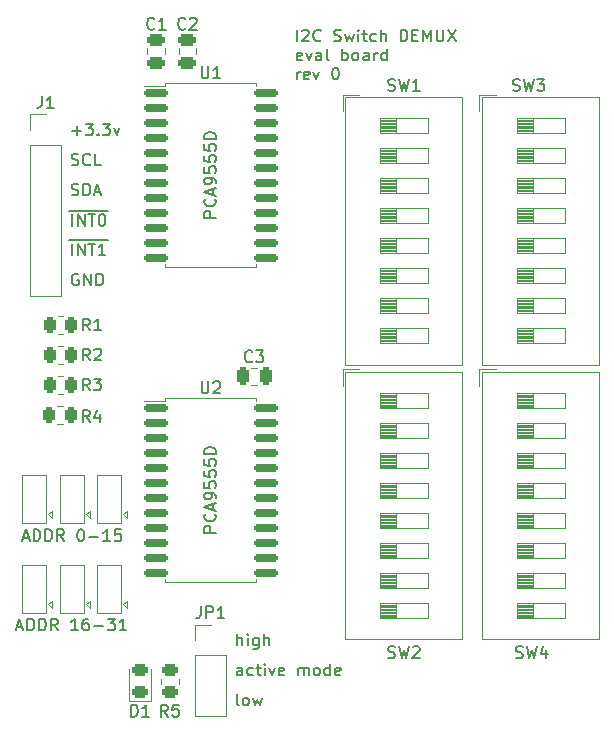
<source format=gto>
G04 #@! TF.GenerationSoftware,KiCad,Pcbnew,6.0.2-1.fc35*
G04 #@! TF.CreationDate,2022-04-04T15:34:31-04:00*
G04 #@! TF.ProjectId,switch_mux_breakout_i2c,73776974-6368-45f6-9d75-785f62726561,0*
G04 #@! TF.SameCoordinates,Original*
G04 #@! TF.FileFunction,Legend,Top*
G04 #@! TF.FilePolarity,Positive*
%FSLAX46Y46*%
G04 Gerber Fmt 4.6, Leading zero omitted, Abs format (unit mm)*
G04 Created by KiCad (PCBNEW 6.0.2-1.fc35) date 2022-04-04 15:34:31*
%MOMM*%
%LPD*%
G01*
G04 APERTURE LIST*
G04 Aperture macros list*
%AMRoundRect*
0 Rectangle with rounded corners*
0 $1 Rounding radius*
0 $2 $3 $4 $5 $6 $7 $8 $9 X,Y pos of 4 corners*
0 Add a 4 corners polygon primitive as box body*
4,1,4,$2,$3,$4,$5,$6,$7,$8,$9,$2,$3,0*
0 Add four circle primitives for the rounded corners*
1,1,$1+$1,$2,$3*
1,1,$1+$1,$4,$5*
1,1,$1+$1,$6,$7*
1,1,$1+$1,$8,$9*
0 Add four rect primitives between the rounded corners*
20,1,$1+$1,$2,$3,$4,$5,0*
20,1,$1+$1,$4,$5,$6,$7,0*
20,1,$1+$1,$6,$7,$8,$9,0*
20,1,$1+$1,$8,$9,$2,$3,0*%
G04 Aperture macros list end*
%ADD10C,0.150000*%
%ADD11C,0.120000*%
%ADD12R,1.600000X1.600000*%
%ADD13O,1.600000X1.600000*%
%ADD14R,1.500000X1.000000*%
%ADD15RoundRect,0.250000X0.475000X-0.250000X0.475000X0.250000X-0.475000X0.250000X-0.475000X-0.250000X0*%
%ADD16RoundRect,0.243750X0.456250X-0.243750X0.456250X0.243750X-0.456250X0.243750X-0.456250X-0.243750X0*%
%ADD17RoundRect,0.250000X0.262500X0.450000X-0.262500X0.450000X-0.262500X-0.450000X0.262500X-0.450000X0*%
%ADD18R,1.700000X1.700000*%
%ADD19O,1.700000X1.700000*%
%ADD20RoundRect,0.150000X-0.875000X-0.150000X0.875000X-0.150000X0.875000X0.150000X-0.875000X0.150000X0*%
%ADD21C,5.600000*%
%ADD22RoundRect,0.250000X0.250000X0.475000X-0.250000X0.475000X-0.250000X-0.475000X0.250000X-0.475000X0*%
%ADD23RoundRect,0.250000X-0.450000X0.262500X-0.450000X-0.262500X0.450000X-0.262500X0.450000X0.262500X0*%
G04 APERTURE END LIST*
D10*
X128722380Y-102655238D02*
X127722380Y-102655238D01*
X127722380Y-102274285D01*
X127770000Y-102179047D01*
X127817619Y-102131428D01*
X127912857Y-102083809D01*
X128055714Y-102083809D01*
X128150952Y-102131428D01*
X128198571Y-102179047D01*
X128246190Y-102274285D01*
X128246190Y-102655238D01*
X128627142Y-101083809D02*
X128674761Y-101131428D01*
X128722380Y-101274285D01*
X128722380Y-101369523D01*
X128674761Y-101512380D01*
X128579523Y-101607619D01*
X128484285Y-101655238D01*
X128293809Y-101702857D01*
X128150952Y-101702857D01*
X127960476Y-101655238D01*
X127865238Y-101607619D01*
X127770000Y-101512380D01*
X127722380Y-101369523D01*
X127722380Y-101274285D01*
X127770000Y-101131428D01*
X127817619Y-101083809D01*
X128436666Y-100702857D02*
X128436666Y-100226666D01*
X128722380Y-100798095D02*
X127722380Y-100464761D01*
X128722380Y-100131428D01*
X128722380Y-99750476D02*
X128722380Y-99560000D01*
X128674761Y-99464761D01*
X128627142Y-99417142D01*
X128484285Y-99321904D01*
X128293809Y-99274285D01*
X127912857Y-99274285D01*
X127817619Y-99321904D01*
X127770000Y-99369523D01*
X127722380Y-99464761D01*
X127722380Y-99655238D01*
X127770000Y-99750476D01*
X127817619Y-99798095D01*
X127912857Y-99845714D01*
X128150952Y-99845714D01*
X128246190Y-99798095D01*
X128293809Y-99750476D01*
X128341428Y-99655238D01*
X128341428Y-99464761D01*
X128293809Y-99369523D01*
X128246190Y-99321904D01*
X128150952Y-99274285D01*
X127722380Y-98369523D02*
X127722380Y-98845714D01*
X128198571Y-98893333D01*
X128150952Y-98845714D01*
X128103333Y-98750476D01*
X128103333Y-98512380D01*
X128150952Y-98417142D01*
X128198571Y-98369523D01*
X128293809Y-98321904D01*
X128531904Y-98321904D01*
X128627142Y-98369523D01*
X128674761Y-98417142D01*
X128722380Y-98512380D01*
X128722380Y-98750476D01*
X128674761Y-98845714D01*
X128627142Y-98893333D01*
X127722380Y-97417142D02*
X127722380Y-97893333D01*
X128198571Y-97940952D01*
X128150952Y-97893333D01*
X128103333Y-97798095D01*
X128103333Y-97560000D01*
X128150952Y-97464761D01*
X128198571Y-97417142D01*
X128293809Y-97369523D01*
X128531904Y-97369523D01*
X128627142Y-97417142D01*
X128674761Y-97464761D01*
X128722380Y-97560000D01*
X128722380Y-97798095D01*
X128674761Y-97893333D01*
X128627142Y-97940952D01*
X127722380Y-96464761D02*
X127722380Y-96940952D01*
X128198571Y-96988571D01*
X128150952Y-96940952D01*
X128103333Y-96845714D01*
X128103333Y-96607619D01*
X128150952Y-96512380D01*
X128198571Y-96464761D01*
X128293809Y-96417142D01*
X128531904Y-96417142D01*
X128627142Y-96464761D01*
X128674761Y-96512380D01*
X128722380Y-96607619D01*
X128722380Y-96845714D01*
X128674761Y-96940952D01*
X128627142Y-96988571D01*
X128722380Y-95988571D02*
X127722380Y-95988571D01*
X127722380Y-95750476D01*
X127770000Y-95607619D01*
X127865238Y-95512380D01*
X127960476Y-95464761D01*
X128150952Y-95417142D01*
X128293809Y-95417142D01*
X128484285Y-95464761D01*
X128579523Y-95512380D01*
X128674761Y-95607619D01*
X128722380Y-95750476D01*
X128722380Y-95988571D01*
X128722380Y-75985238D02*
X127722380Y-75985238D01*
X127722380Y-75604285D01*
X127770000Y-75509047D01*
X127817619Y-75461428D01*
X127912857Y-75413809D01*
X128055714Y-75413809D01*
X128150952Y-75461428D01*
X128198571Y-75509047D01*
X128246190Y-75604285D01*
X128246190Y-75985238D01*
X128627142Y-74413809D02*
X128674761Y-74461428D01*
X128722380Y-74604285D01*
X128722380Y-74699523D01*
X128674761Y-74842380D01*
X128579523Y-74937619D01*
X128484285Y-74985238D01*
X128293809Y-75032857D01*
X128150952Y-75032857D01*
X127960476Y-74985238D01*
X127865238Y-74937619D01*
X127770000Y-74842380D01*
X127722380Y-74699523D01*
X127722380Y-74604285D01*
X127770000Y-74461428D01*
X127817619Y-74413809D01*
X128436666Y-74032857D02*
X128436666Y-73556666D01*
X128722380Y-74128095D02*
X127722380Y-73794761D01*
X128722380Y-73461428D01*
X128722380Y-73080476D02*
X128722380Y-72890000D01*
X128674761Y-72794761D01*
X128627142Y-72747142D01*
X128484285Y-72651904D01*
X128293809Y-72604285D01*
X127912857Y-72604285D01*
X127817619Y-72651904D01*
X127770000Y-72699523D01*
X127722380Y-72794761D01*
X127722380Y-72985238D01*
X127770000Y-73080476D01*
X127817619Y-73128095D01*
X127912857Y-73175714D01*
X128150952Y-73175714D01*
X128246190Y-73128095D01*
X128293809Y-73080476D01*
X128341428Y-72985238D01*
X128341428Y-72794761D01*
X128293809Y-72699523D01*
X128246190Y-72651904D01*
X128150952Y-72604285D01*
X127722380Y-71699523D02*
X127722380Y-72175714D01*
X128198571Y-72223333D01*
X128150952Y-72175714D01*
X128103333Y-72080476D01*
X128103333Y-71842380D01*
X128150952Y-71747142D01*
X128198571Y-71699523D01*
X128293809Y-71651904D01*
X128531904Y-71651904D01*
X128627142Y-71699523D01*
X128674761Y-71747142D01*
X128722380Y-71842380D01*
X128722380Y-72080476D01*
X128674761Y-72175714D01*
X128627142Y-72223333D01*
X127722380Y-70747142D02*
X127722380Y-71223333D01*
X128198571Y-71270952D01*
X128150952Y-71223333D01*
X128103333Y-71128095D01*
X128103333Y-70890000D01*
X128150952Y-70794761D01*
X128198571Y-70747142D01*
X128293809Y-70699523D01*
X128531904Y-70699523D01*
X128627142Y-70747142D01*
X128674761Y-70794761D01*
X128722380Y-70890000D01*
X128722380Y-71128095D01*
X128674761Y-71223333D01*
X128627142Y-71270952D01*
X127722380Y-69794761D02*
X127722380Y-70270952D01*
X128198571Y-70318571D01*
X128150952Y-70270952D01*
X128103333Y-70175714D01*
X128103333Y-69937619D01*
X128150952Y-69842380D01*
X128198571Y-69794761D01*
X128293809Y-69747142D01*
X128531904Y-69747142D01*
X128627142Y-69794761D01*
X128674761Y-69842380D01*
X128722380Y-69937619D01*
X128722380Y-70175714D01*
X128674761Y-70270952D01*
X128627142Y-70318571D01*
X128722380Y-69318571D02*
X127722380Y-69318571D01*
X127722380Y-69080476D01*
X127770000Y-68937619D01*
X127865238Y-68842380D01*
X127960476Y-68794761D01*
X128150952Y-68747142D01*
X128293809Y-68747142D01*
X128484285Y-68794761D01*
X128579523Y-68842380D01*
X128674761Y-68937619D01*
X128722380Y-69080476D01*
X128722380Y-69318571D01*
X117064404Y-80780000D02*
X116969166Y-80732380D01*
X116826309Y-80732380D01*
X116683452Y-80780000D01*
X116588214Y-80875238D01*
X116540595Y-80970476D01*
X116492976Y-81160952D01*
X116492976Y-81303809D01*
X116540595Y-81494285D01*
X116588214Y-81589523D01*
X116683452Y-81684761D01*
X116826309Y-81732380D01*
X116921547Y-81732380D01*
X117064404Y-81684761D01*
X117112023Y-81637142D01*
X117112023Y-81303809D01*
X116921547Y-81303809D01*
X117540595Y-81732380D02*
X117540595Y-80732380D01*
X118112023Y-81732380D01*
X118112023Y-80732380D01*
X118588214Y-81732380D02*
X118588214Y-80732380D01*
X118826309Y-80732380D01*
X118969166Y-80780000D01*
X119064404Y-80875238D01*
X119112023Y-80970476D01*
X119159642Y-81160952D01*
X119159642Y-81303809D01*
X119112023Y-81494285D01*
X119064404Y-81589523D01*
X118969166Y-81684761D01*
X118826309Y-81732380D01*
X118588214Y-81732380D01*
X130653452Y-117292380D02*
X130558214Y-117244761D01*
X130510595Y-117149523D01*
X130510595Y-116292380D01*
X131177261Y-117292380D02*
X131082023Y-117244761D01*
X131034404Y-117197142D01*
X130986785Y-117101904D01*
X130986785Y-116816190D01*
X131034404Y-116720952D01*
X131082023Y-116673333D01*
X131177261Y-116625714D01*
X131320119Y-116625714D01*
X131415357Y-116673333D01*
X131462976Y-116720952D01*
X131510595Y-116816190D01*
X131510595Y-117101904D01*
X131462976Y-117197142D01*
X131415357Y-117244761D01*
X131320119Y-117292380D01*
X131177261Y-117292380D01*
X131843928Y-116625714D02*
X132034404Y-117292380D01*
X132224880Y-116816190D01*
X132415357Y-117292380D01*
X132605833Y-116625714D01*
X112368533Y-103087466D02*
X112844723Y-103087466D01*
X112273295Y-103373180D02*
X112606628Y-102373180D01*
X112939961Y-103373180D01*
X113273295Y-103373180D02*
X113273295Y-102373180D01*
X113511390Y-102373180D01*
X113654247Y-102420800D01*
X113749485Y-102516038D01*
X113797104Y-102611276D01*
X113844723Y-102801752D01*
X113844723Y-102944609D01*
X113797104Y-103135085D01*
X113749485Y-103230323D01*
X113654247Y-103325561D01*
X113511390Y-103373180D01*
X113273295Y-103373180D01*
X114273295Y-103373180D02*
X114273295Y-102373180D01*
X114511390Y-102373180D01*
X114654247Y-102420800D01*
X114749485Y-102516038D01*
X114797104Y-102611276D01*
X114844723Y-102801752D01*
X114844723Y-102944609D01*
X114797104Y-103135085D01*
X114749485Y-103230323D01*
X114654247Y-103325561D01*
X114511390Y-103373180D01*
X114273295Y-103373180D01*
X115844723Y-103373180D02*
X115511390Y-102896990D01*
X115273295Y-103373180D02*
X115273295Y-102373180D01*
X115654247Y-102373180D01*
X115749485Y-102420800D01*
X115797104Y-102468419D01*
X115844723Y-102563657D01*
X115844723Y-102706514D01*
X115797104Y-102801752D01*
X115749485Y-102849371D01*
X115654247Y-102896990D01*
X115273295Y-102896990D01*
X117225676Y-102373180D02*
X117320914Y-102373180D01*
X117416152Y-102420800D01*
X117463771Y-102468419D01*
X117511390Y-102563657D01*
X117559009Y-102754133D01*
X117559009Y-102992228D01*
X117511390Y-103182704D01*
X117463771Y-103277942D01*
X117416152Y-103325561D01*
X117320914Y-103373180D01*
X117225676Y-103373180D01*
X117130438Y-103325561D01*
X117082819Y-103277942D01*
X117035200Y-103182704D01*
X116987580Y-102992228D01*
X116987580Y-102754133D01*
X117035200Y-102563657D01*
X117082819Y-102468419D01*
X117130438Y-102420800D01*
X117225676Y-102373180D01*
X117987580Y-102992228D02*
X118749485Y-102992228D01*
X119749485Y-103373180D02*
X119178057Y-103373180D01*
X119463771Y-103373180D02*
X119463771Y-102373180D01*
X119368533Y-102516038D01*
X119273295Y-102611276D01*
X119178057Y-102658895D01*
X120654247Y-102373180D02*
X120178057Y-102373180D01*
X120130438Y-102849371D01*
X120178057Y-102801752D01*
X120273295Y-102754133D01*
X120511390Y-102754133D01*
X120606628Y-102801752D01*
X120654247Y-102849371D01*
X120701866Y-102944609D01*
X120701866Y-103182704D01*
X120654247Y-103277942D01*
X120606628Y-103325561D01*
X120511390Y-103373180D01*
X120273295Y-103373180D01*
X120178057Y-103325561D01*
X120130438Y-103277942D01*
X130939166Y-114752380D02*
X130939166Y-114228571D01*
X130891547Y-114133333D01*
X130796309Y-114085714D01*
X130605833Y-114085714D01*
X130510595Y-114133333D01*
X130939166Y-114704761D02*
X130843928Y-114752380D01*
X130605833Y-114752380D01*
X130510595Y-114704761D01*
X130462976Y-114609523D01*
X130462976Y-114514285D01*
X130510595Y-114419047D01*
X130605833Y-114371428D01*
X130843928Y-114371428D01*
X130939166Y-114323809D01*
X131843928Y-114704761D02*
X131748690Y-114752380D01*
X131558214Y-114752380D01*
X131462976Y-114704761D01*
X131415357Y-114657142D01*
X131367738Y-114561904D01*
X131367738Y-114276190D01*
X131415357Y-114180952D01*
X131462976Y-114133333D01*
X131558214Y-114085714D01*
X131748690Y-114085714D01*
X131843928Y-114133333D01*
X132129642Y-114085714D02*
X132510595Y-114085714D01*
X132272500Y-113752380D02*
X132272500Y-114609523D01*
X132320119Y-114704761D01*
X132415357Y-114752380D01*
X132510595Y-114752380D01*
X132843928Y-114752380D02*
X132843928Y-114085714D01*
X132843928Y-113752380D02*
X132796309Y-113800000D01*
X132843928Y-113847619D01*
X132891547Y-113800000D01*
X132843928Y-113752380D01*
X132843928Y-113847619D01*
X133224880Y-114085714D02*
X133462976Y-114752380D01*
X133701071Y-114085714D01*
X134462976Y-114704761D02*
X134367738Y-114752380D01*
X134177261Y-114752380D01*
X134082023Y-114704761D01*
X134034404Y-114609523D01*
X134034404Y-114228571D01*
X134082023Y-114133333D01*
X134177261Y-114085714D01*
X134367738Y-114085714D01*
X134462976Y-114133333D01*
X134510595Y-114228571D01*
X134510595Y-114323809D01*
X134034404Y-114419047D01*
X135701071Y-114752380D02*
X135701071Y-114085714D01*
X135701071Y-114180952D02*
X135748690Y-114133333D01*
X135843928Y-114085714D01*
X135986785Y-114085714D01*
X136082023Y-114133333D01*
X136129642Y-114228571D01*
X136129642Y-114752380D01*
X136129642Y-114228571D02*
X136177261Y-114133333D01*
X136272500Y-114085714D01*
X136415357Y-114085714D01*
X136510595Y-114133333D01*
X136558214Y-114228571D01*
X136558214Y-114752380D01*
X137177261Y-114752380D02*
X137082023Y-114704761D01*
X137034404Y-114657142D01*
X136986785Y-114561904D01*
X136986785Y-114276190D01*
X137034404Y-114180952D01*
X137082023Y-114133333D01*
X137177261Y-114085714D01*
X137320119Y-114085714D01*
X137415357Y-114133333D01*
X137462976Y-114180952D01*
X137510595Y-114276190D01*
X137510595Y-114561904D01*
X137462976Y-114657142D01*
X137415357Y-114704761D01*
X137320119Y-114752380D01*
X137177261Y-114752380D01*
X138367738Y-114752380D02*
X138367738Y-113752380D01*
X138367738Y-114704761D02*
X138272500Y-114752380D01*
X138082023Y-114752380D01*
X137986785Y-114704761D01*
X137939166Y-114657142D01*
X137891547Y-114561904D01*
X137891547Y-114276190D01*
X137939166Y-114180952D01*
X137986785Y-114133333D01*
X138082023Y-114085714D01*
X138272500Y-114085714D01*
X138367738Y-114133333D01*
X139224880Y-114704761D02*
X139129642Y-114752380D01*
X138939166Y-114752380D01*
X138843928Y-114704761D01*
X138796309Y-114609523D01*
X138796309Y-114228571D01*
X138843928Y-114133333D01*
X138939166Y-114085714D01*
X139129642Y-114085714D01*
X139224880Y-114133333D01*
X139272500Y-114228571D01*
X139272500Y-114323809D01*
X138796309Y-114419047D01*
X116492976Y-71524761D02*
X116635833Y-71572380D01*
X116873928Y-71572380D01*
X116969166Y-71524761D01*
X117016785Y-71477142D01*
X117064404Y-71381904D01*
X117064404Y-71286666D01*
X117016785Y-71191428D01*
X116969166Y-71143809D01*
X116873928Y-71096190D01*
X116683452Y-71048571D01*
X116588214Y-71000952D01*
X116540595Y-70953333D01*
X116492976Y-70858095D01*
X116492976Y-70762857D01*
X116540595Y-70667619D01*
X116588214Y-70620000D01*
X116683452Y-70572380D01*
X116921547Y-70572380D01*
X117064404Y-70620000D01*
X118064404Y-71477142D02*
X118016785Y-71524761D01*
X117873928Y-71572380D01*
X117778690Y-71572380D01*
X117635833Y-71524761D01*
X117540595Y-71429523D01*
X117492976Y-71334285D01*
X117445357Y-71143809D01*
X117445357Y-71000952D01*
X117492976Y-70810476D01*
X117540595Y-70715238D01*
X117635833Y-70620000D01*
X117778690Y-70572380D01*
X117873928Y-70572380D01*
X118016785Y-70620000D01*
X118064404Y-70667619D01*
X118969166Y-71572380D02*
X118492976Y-71572380D01*
X118492976Y-70572380D01*
X135590595Y-61072380D02*
X135590595Y-60072380D01*
X136019166Y-60167619D02*
X136066785Y-60120000D01*
X136162023Y-60072380D01*
X136400119Y-60072380D01*
X136495357Y-60120000D01*
X136542976Y-60167619D01*
X136590595Y-60262857D01*
X136590595Y-60358095D01*
X136542976Y-60500952D01*
X135971547Y-61072380D01*
X136590595Y-61072380D01*
X137590595Y-60977142D02*
X137542976Y-61024761D01*
X137400119Y-61072380D01*
X137304880Y-61072380D01*
X137162023Y-61024761D01*
X137066785Y-60929523D01*
X137019166Y-60834285D01*
X136971547Y-60643809D01*
X136971547Y-60500952D01*
X137019166Y-60310476D01*
X137066785Y-60215238D01*
X137162023Y-60120000D01*
X137304880Y-60072380D01*
X137400119Y-60072380D01*
X137542976Y-60120000D01*
X137590595Y-60167619D01*
X138733452Y-61024761D02*
X138876309Y-61072380D01*
X139114404Y-61072380D01*
X139209642Y-61024761D01*
X139257261Y-60977142D01*
X139304880Y-60881904D01*
X139304880Y-60786666D01*
X139257261Y-60691428D01*
X139209642Y-60643809D01*
X139114404Y-60596190D01*
X138923928Y-60548571D01*
X138828690Y-60500952D01*
X138781071Y-60453333D01*
X138733452Y-60358095D01*
X138733452Y-60262857D01*
X138781071Y-60167619D01*
X138828690Y-60120000D01*
X138923928Y-60072380D01*
X139162023Y-60072380D01*
X139304880Y-60120000D01*
X139638214Y-60405714D02*
X139828690Y-61072380D01*
X140019166Y-60596190D01*
X140209642Y-61072380D01*
X140400119Y-60405714D01*
X140781071Y-61072380D02*
X140781071Y-60405714D01*
X140781071Y-60072380D02*
X140733452Y-60120000D01*
X140781071Y-60167619D01*
X140828690Y-60120000D01*
X140781071Y-60072380D01*
X140781071Y-60167619D01*
X141114404Y-60405714D02*
X141495357Y-60405714D01*
X141257261Y-60072380D02*
X141257261Y-60929523D01*
X141304880Y-61024761D01*
X141400119Y-61072380D01*
X141495357Y-61072380D01*
X142257261Y-61024761D02*
X142162023Y-61072380D01*
X141971547Y-61072380D01*
X141876309Y-61024761D01*
X141828690Y-60977142D01*
X141781071Y-60881904D01*
X141781071Y-60596190D01*
X141828690Y-60500952D01*
X141876309Y-60453333D01*
X141971547Y-60405714D01*
X142162023Y-60405714D01*
X142257261Y-60453333D01*
X142685833Y-61072380D02*
X142685833Y-60072380D01*
X143114404Y-61072380D02*
X143114404Y-60548571D01*
X143066785Y-60453333D01*
X142971547Y-60405714D01*
X142828690Y-60405714D01*
X142733452Y-60453333D01*
X142685833Y-60500952D01*
X144352500Y-61072380D02*
X144352500Y-60072380D01*
X144590595Y-60072380D01*
X144733452Y-60120000D01*
X144828690Y-60215238D01*
X144876309Y-60310476D01*
X144923928Y-60500952D01*
X144923928Y-60643809D01*
X144876309Y-60834285D01*
X144828690Y-60929523D01*
X144733452Y-61024761D01*
X144590595Y-61072380D01*
X144352500Y-61072380D01*
X145352500Y-60548571D02*
X145685833Y-60548571D01*
X145828690Y-61072380D02*
X145352500Y-61072380D01*
X145352500Y-60072380D01*
X145828690Y-60072380D01*
X146257261Y-61072380D02*
X146257261Y-60072380D01*
X146590595Y-60786666D01*
X146923928Y-60072380D01*
X146923928Y-61072380D01*
X147400119Y-60072380D02*
X147400119Y-60881904D01*
X147447738Y-60977142D01*
X147495357Y-61024761D01*
X147590595Y-61072380D01*
X147781071Y-61072380D01*
X147876309Y-61024761D01*
X147923928Y-60977142D01*
X147971547Y-60881904D01*
X147971547Y-60072380D01*
X148352500Y-60072380D02*
X149019166Y-61072380D01*
X149019166Y-60072380D02*
X148352500Y-61072380D01*
X135971547Y-62634761D02*
X135876309Y-62682380D01*
X135685833Y-62682380D01*
X135590595Y-62634761D01*
X135542976Y-62539523D01*
X135542976Y-62158571D01*
X135590595Y-62063333D01*
X135685833Y-62015714D01*
X135876309Y-62015714D01*
X135971547Y-62063333D01*
X136019166Y-62158571D01*
X136019166Y-62253809D01*
X135542976Y-62349047D01*
X136352500Y-62015714D02*
X136590595Y-62682380D01*
X136828690Y-62015714D01*
X137638214Y-62682380D02*
X137638214Y-62158571D01*
X137590595Y-62063333D01*
X137495357Y-62015714D01*
X137304880Y-62015714D01*
X137209642Y-62063333D01*
X137638214Y-62634761D02*
X137542976Y-62682380D01*
X137304880Y-62682380D01*
X137209642Y-62634761D01*
X137162023Y-62539523D01*
X137162023Y-62444285D01*
X137209642Y-62349047D01*
X137304880Y-62301428D01*
X137542976Y-62301428D01*
X137638214Y-62253809D01*
X138257261Y-62682380D02*
X138162023Y-62634761D01*
X138114404Y-62539523D01*
X138114404Y-61682380D01*
X139400119Y-62682380D02*
X139400119Y-61682380D01*
X139400119Y-62063333D02*
X139495357Y-62015714D01*
X139685833Y-62015714D01*
X139781071Y-62063333D01*
X139828690Y-62110952D01*
X139876309Y-62206190D01*
X139876309Y-62491904D01*
X139828690Y-62587142D01*
X139781071Y-62634761D01*
X139685833Y-62682380D01*
X139495357Y-62682380D01*
X139400119Y-62634761D01*
X140447738Y-62682380D02*
X140352500Y-62634761D01*
X140304880Y-62587142D01*
X140257261Y-62491904D01*
X140257261Y-62206190D01*
X140304880Y-62110952D01*
X140352500Y-62063333D01*
X140447738Y-62015714D01*
X140590595Y-62015714D01*
X140685833Y-62063333D01*
X140733452Y-62110952D01*
X140781071Y-62206190D01*
X140781071Y-62491904D01*
X140733452Y-62587142D01*
X140685833Y-62634761D01*
X140590595Y-62682380D01*
X140447738Y-62682380D01*
X141638214Y-62682380D02*
X141638214Y-62158571D01*
X141590595Y-62063333D01*
X141495357Y-62015714D01*
X141304880Y-62015714D01*
X141209642Y-62063333D01*
X141638214Y-62634761D02*
X141542976Y-62682380D01*
X141304880Y-62682380D01*
X141209642Y-62634761D01*
X141162023Y-62539523D01*
X141162023Y-62444285D01*
X141209642Y-62349047D01*
X141304880Y-62301428D01*
X141542976Y-62301428D01*
X141638214Y-62253809D01*
X142114404Y-62682380D02*
X142114404Y-62015714D01*
X142114404Y-62206190D02*
X142162023Y-62110952D01*
X142209642Y-62063333D01*
X142304880Y-62015714D01*
X142400119Y-62015714D01*
X143162023Y-62682380D02*
X143162023Y-61682380D01*
X143162023Y-62634761D02*
X143066785Y-62682380D01*
X142876309Y-62682380D01*
X142781071Y-62634761D01*
X142733452Y-62587142D01*
X142685833Y-62491904D01*
X142685833Y-62206190D01*
X142733452Y-62110952D01*
X142781071Y-62063333D01*
X142876309Y-62015714D01*
X143066785Y-62015714D01*
X143162023Y-62063333D01*
X135590595Y-64292380D02*
X135590595Y-63625714D01*
X135590595Y-63816190D02*
X135638214Y-63720952D01*
X135685833Y-63673333D01*
X135781071Y-63625714D01*
X135876309Y-63625714D01*
X136590595Y-64244761D02*
X136495357Y-64292380D01*
X136304880Y-64292380D01*
X136209642Y-64244761D01*
X136162023Y-64149523D01*
X136162023Y-63768571D01*
X136209642Y-63673333D01*
X136304880Y-63625714D01*
X136495357Y-63625714D01*
X136590595Y-63673333D01*
X136638214Y-63768571D01*
X136638214Y-63863809D01*
X136162023Y-63959047D01*
X136971547Y-63625714D02*
X137209642Y-64292380D01*
X137447738Y-63625714D01*
X138781071Y-63292380D02*
X138876309Y-63292380D01*
X138971547Y-63340000D01*
X139019166Y-63387619D01*
X139066785Y-63482857D01*
X139114404Y-63673333D01*
X139114404Y-63911428D01*
X139066785Y-64101904D01*
X139019166Y-64197142D01*
X138971547Y-64244761D01*
X138876309Y-64292380D01*
X138781071Y-64292380D01*
X138685833Y-64244761D01*
X138638214Y-64197142D01*
X138590595Y-64101904D01*
X138542976Y-63911428D01*
X138542976Y-63673333D01*
X138590595Y-63482857D01*
X138638214Y-63387619D01*
X138685833Y-63340000D01*
X138781071Y-63292380D01*
X116302500Y-77910000D02*
X116778690Y-77910000D01*
X116540595Y-79192380D02*
X116540595Y-78192380D01*
X116778690Y-77910000D02*
X117826309Y-77910000D01*
X117016785Y-79192380D02*
X117016785Y-78192380D01*
X117588214Y-79192380D01*
X117588214Y-78192380D01*
X117826309Y-77910000D02*
X118588214Y-77910000D01*
X117921547Y-78192380D02*
X118492976Y-78192380D01*
X118207261Y-79192380D02*
X118207261Y-78192380D01*
X118588214Y-77910000D02*
X119540595Y-77910000D01*
X119350119Y-79192380D02*
X118778690Y-79192380D01*
X119064404Y-79192380D02*
X119064404Y-78192380D01*
X118969166Y-78335238D01*
X118873928Y-78430476D01*
X118778690Y-78478095D01*
X116302500Y-75400000D02*
X116778690Y-75400000D01*
X116540595Y-76682380D02*
X116540595Y-75682380D01*
X116778690Y-75400000D02*
X117826309Y-75400000D01*
X117016785Y-76682380D02*
X117016785Y-75682380D01*
X117588214Y-76682380D01*
X117588214Y-75682380D01*
X117826309Y-75400000D02*
X118588214Y-75400000D01*
X117921547Y-75682380D02*
X118492976Y-75682380D01*
X118207261Y-76682380D02*
X118207261Y-75682380D01*
X118588214Y-75400000D02*
X119540595Y-75400000D01*
X119016785Y-75682380D02*
X119112023Y-75682380D01*
X119207261Y-75730000D01*
X119254880Y-75777619D01*
X119302500Y-75872857D01*
X119350119Y-76063333D01*
X119350119Y-76301428D01*
X119302500Y-76491904D01*
X119254880Y-76587142D01*
X119207261Y-76634761D01*
X119112023Y-76682380D01*
X119016785Y-76682380D01*
X118921547Y-76634761D01*
X118873928Y-76587142D01*
X118826309Y-76491904D01*
X118778690Y-76301428D01*
X118778690Y-76063333D01*
X118826309Y-75872857D01*
X118873928Y-75777619D01*
X118921547Y-75730000D01*
X119016785Y-75682380D01*
X116540595Y-68651428D02*
X117302500Y-68651428D01*
X116921547Y-69032380D02*
X116921547Y-68270476D01*
X117683452Y-68032380D02*
X118302500Y-68032380D01*
X117969166Y-68413333D01*
X118112023Y-68413333D01*
X118207261Y-68460952D01*
X118254880Y-68508571D01*
X118302500Y-68603809D01*
X118302500Y-68841904D01*
X118254880Y-68937142D01*
X118207261Y-68984761D01*
X118112023Y-69032380D01*
X117826309Y-69032380D01*
X117731071Y-68984761D01*
X117683452Y-68937142D01*
X118731071Y-68937142D02*
X118778690Y-68984761D01*
X118731071Y-69032380D01*
X118683452Y-68984761D01*
X118731071Y-68937142D01*
X118731071Y-69032380D01*
X119112023Y-68032380D02*
X119731071Y-68032380D01*
X119397738Y-68413333D01*
X119540595Y-68413333D01*
X119635833Y-68460952D01*
X119683452Y-68508571D01*
X119731071Y-68603809D01*
X119731071Y-68841904D01*
X119683452Y-68937142D01*
X119635833Y-68984761D01*
X119540595Y-69032380D01*
X119254880Y-69032380D01*
X119159642Y-68984761D01*
X119112023Y-68937142D01*
X120064404Y-68365714D02*
X120302500Y-69032380D01*
X120540595Y-68365714D01*
X116492976Y-74064761D02*
X116635833Y-74112380D01*
X116873928Y-74112380D01*
X116969166Y-74064761D01*
X117016785Y-74017142D01*
X117064404Y-73921904D01*
X117064404Y-73826666D01*
X117016785Y-73731428D01*
X116969166Y-73683809D01*
X116873928Y-73636190D01*
X116683452Y-73588571D01*
X116588214Y-73540952D01*
X116540595Y-73493333D01*
X116492976Y-73398095D01*
X116492976Y-73302857D01*
X116540595Y-73207619D01*
X116588214Y-73160000D01*
X116683452Y-73112380D01*
X116921547Y-73112380D01*
X117064404Y-73160000D01*
X117492976Y-74112380D02*
X117492976Y-73112380D01*
X117731071Y-73112380D01*
X117873928Y-73160000D01*
X117969166Y-73255238D01*
X118016785Y-73350476D01*
X118064404Y-73540952D01*
X118064404Y-73683809D01*
X118016785Y-73874285D01*
X117969166Y-73969523D01*
X117873928Y-74064761D01*
X117731071Y-74112380D01*
X117492976Y-74112380D01*
X118445357Y-73826666D02*
X118921547Y-73826666D01*
X118350119Y-74112380D02*
X118683452Y-73112380D01*
X119016785Y-74112380D01*
X130510595Y-112212380D02*
X130510595Y-111212380D01*
X130939166Y-112212380D02*
X130939166Y-111688571D01*
X130891547Y-111593333D01*
X130796309Y-111545714D01*
X130653452Y-111545714D01*
X130558214Y-111593333D01*
X130510595Y-111640952D01*
X131415357Y-112212380D02*
X131415357Y-111545714D01*
X131415357Y-111212380D02*
X131367738Y-111260000D01*
X131415357Y-111307619D01*
X131462976Y-111260000D01*
X131415357Y-111212380D01*
X131415357Y-111307619D01*
X132320119Y-111545714D02*
X132320119Y-112355238D01*
X132272500Y-112450476D01*
X132224880Y-112498095D01*
X132129642Y-112545714D01*
X131986785Y-112545714D01*
X131891547Y-112498095D01*
X132320119Y-112164761D02*
X132224880Y-112212380D01*
X132034404Y-112212380D01*
X131939166Y-112164761D01*
X131891547Y-112117142D01*
X131843928Y-112021904D01*
X131843928Y-111736190D01*
X131891547Y-111640952D01*
X131939166Y-111593333D01*
X132034404Y-111545714D01*
X132224880Y-111545714D01*
X132320119Y-111593333D01*
X132796309Y-112212380D02*
X132796309Y-111212380D01*
X133224880Y-112212380D02*
X133224880Y-111688571D01*
X133177261Y-111593333D01*
X133082023Y-111545714D01*
X132939166Y-111545714D01*
X132843928Y-111593333D01*
X132796309Y-111640952D01*
X111841542Y-110656666D02*
X112317733Y-110656666D01*
X111746304Y-110942380D02*
X112079638Y-109942380D01*
X112412971Y-110942380D01*
X112746304Y-110942380D02*
X112746304Y-109942380D01*
X112984400Y-109942380D01*
X113127257Y-109990000D01*
X113222495Y-110085238D01*
X113270114Y-110180476D01*
X113317733Y-110370952D01*
X113317733Y-110513809D01*
X113270114Y-110704285D01*
X113222495Y-110799523D01*
X113127257Y-110894761D01*
X112984400Y-110942380D01*
X112746304Y-110942380D01*
X113746304Y-110942380D02*
X113746304Y-109942380D01*
X113984400Y-109942380D01*
X114127257Y-109990000D01*
X114222495Y-110085238D01*
X114270114Y-110180476D01*
X114317733Y-110370952D01*
X114317733Y-110513809D01*
X114270114Y-110704285D01*
X114222495Y-110799523D01*
X114127257Y-110894761D01*
X113984400Y-110942380D01*
X113746304Y-110942380D01*
X115317733Y-110942380D02*
X114984400Y-110466190D01*
X114746304Y-110942380D02*
X114746304Y-109942380D01*
X115127257Y-109942380D01*
X115222495Y-109990000D01*
X115270114Y-110037619D01*
X115317733Y-110132857D01*
X115317733Y-110275714D01*
X115270114Y-110370952D01*
X115222495Y-110418571D01*
X115127257Y-110466190D01*
X114746304Y-110466190D01*
X117032019Y-110942380D02*
X116460590Y-110942380D01*
X116746304Y-110942380D02*
X116746304Y-109942380D01*
X116651066Y-110085238D01*
X116555828Y-110180476D01*
X116460590Y-110228095D01*
X117889161Y-109942380D02*
X117698685Y-109942380D01*
X117603447Y-109990000D01*
X117555828Y-110037619D01*
X117460590Y-110180476D01*
X117412971Y-110370952D01*
X117412971Y-110751904D01*
X117460590Y-110847142D01*
X117508209Y-110894761D01*
X117603447Y-110942380D01*
X117793923Y-110942380D01*
X117889161Y-110894761D01*
X117936780Y-110847142D01*
X117984400Y-110751904D01*
X117984400Y-110513809D01*
X117936780Y-110418571D01*
X117889161Y-110370952D01*
X117793923Y-110323333D01*
X117603447Y-110323333D01*
X117508209Y-110370952D01*
X117460590Y-110418571D01*
X117412971Y-110513809D01*
X118412971Y-110561428D02*
X119174876Y-110561428D01*
X119555828Y-109942380D02*
X120174876Y-109942380D01*
X119841542Y-110323333D01*
X119984400Y-110323333D01*
X120079638Y-110370952D01*
X120127257Y-110418571D01*
X120174876Y-110513809D01*
X120174876Y-110751904D01*
X120127257Y-110847142D01*
X120079638Y-110894761D01*
X119984400Y-110942380D01*
X119698685Y-110942380D01*
X119603447Y-110894761D01*
X119555828Y-110847142D01*
X121127257Y-110942380D02*
X120555828Y-110942380D01*
X120841542Y-110942380D02*
X120841542Y-109942380D01*
X120746304Y-110085238D01*
X120651066Y-110180476D01*
X120555828Y-110228095D01*
X143294166Y-65209161D02*
X143437023Y-65256780D01*
X143675119Y-65256780D01*
X143770357Y-65209161D01*
X143817976Y-65161542D01*
X143865595Y-65066304D01*
X143865595Y-64971066D01*
X143817976Y-64875828D01*
X143770357Y-64828209D01*
X143675119Y-64780590D01*
X143484642Y-64732971D01*
X143389404Y-64685352D01*
X143341785Y-64637733D01*
X143294166Y-64542495D01*
X143294166Y-64447257D01*
X143341785Y-64352019D01*
X143389404Y-64304400D01*
X143484642Y-64256780D01*
X143722738Y-64256780D01*
X143865595Y-64304400D01*
X144198928Y-64256780D02*
X144437023Y-65256780D01*
X144627500Y-64542495D01*
X144817976Y-65256780D01*
X145056071Y-64256780D01*
X145960833Y-65256780D02*
X145389404Y-65256780D01*
X145675119Y-65256780D02*
X145675119Y-64256780D01*
X145579880Y-64399638D01*
X145484642Y-64494876D01*
X145389404Y-64542495D01*
X154114666Y-113231561D02*
X154257523Y-113279180D01*
X154495619Y-113279180D01*
X154590857Y-113231561D01*
X154638476Y-113183942D01*
X154686095Y-113088704D01*
X154686095Y-112993466D01*
X154638476Y-112898228D01*
X154590857Y-112850609D01*
X154495619Y-112802990D01*
X154305142Y-112755371D01*
X154209904Y-112707752D01*
X154162285Y-112660133D01*
X154114666Y-112564895D01*
X154114666Y-112469657D01*
X154162285Y-112374419D01*
X154209904Y-112326800D01*
X154305142Y-112279180D01*
X154543238Y-112279180D01*
X154686095Y-112326800D01*
X155019428Y-112279180D02*
X155257523Y-113279180D01*
X155448000Y-112564895D01*
X155638476Y-113279180D01*
X155876571Y-112279180D01*
X156686095Y-112612514D02*
X156686095Y-113279180D01*
X156448000Y-112231561D02*
X156209904Y-112945847D01*
X156828952Y-112945847D01*
X123505933Y-59970942D02*
X123458314Y-60018561D01*
X123315457Y-60066180D01*
X123220219Y-60066180D01*
X123077361Y-60018561D01*
X122982123Y-59923323D01*
X122934504Y-59828085D01*
X122886885Y-59637609D01*
X122886885Y-59494752D01*
X122934504Y-59304276D01*
X122982123Y-59209038D01*
X123077361Y-59113800D01*
X123220219Y-59066180D01*
X123315457Y-59066180D01*
X123458314Y-59113800D01*
X123505933Y-59161419D01*
X124458314Y-60066180D02*
X123886885Y-60066180D01*
X124172600Y-60066180D02*
X124172600Y-59066180D01*
X124077361Y-59209038D01*
X123982123Y-59304276D01*
X123886885Y-59351895D01*
X121537504Y-118232180D02*
X121537504Y-117232180D01*
X121775600Y-117232180D01*
X121918457Y-117279800D01*
X122013695Y-117375038D01*
X122061314Y-117470276D01*
X122108933Y-117660752D01*
X122108933Y-117803609D01*
X122061314Y-117994085D01*
X122013695Y-118089323D01*
X121918457Y-118184561D01*
X121775600Y-118232180D01*
X121537504Y-118232180D01*
X123061314Y-118232180D02*
X122489885Y-118232180D01*
X122775600Y-118232180D02*
X122775600Y-117232180D01*
X122680361Y-117375038D01*
X122585123Y-117470276D01*
X122489885Y-117517895D01*
X118046833Y-85542380D02*
X117713500Y-85066190D01*
X117475404Y-85542380D02*
X117475404Y-84542380D01*
X117856357Y-84542380D01*
X117951595Y-84590000D01*
X117999214Y-84637619D01*
X118046833Y-84732857D01*
X118046833Y-84875714D01*
X117999214Y-84970952D01*
X117951595Y-85018571D01*
X117856357Y-85066190D01*
X117475404Y-85066190D01*
X118999214Y-85542380D02*
X118427785Y-85542380D01*
X118713500Y-85542380D02*
X118713500Y-84542380D01*
X118618261Y-84685238D01*
X118523023Y-84780476D01*
X118427785Y-84828095D01*
X143294266Y-113231561D02*
X143437123Y-113279180D01*
X143675219Y-113279180D01*
X143770457Y-113231561D01*
X143818076Y-113183942D01*
X143865695Y-113088704D01*
X143865695Y-112993466D01*
X143818076Y-112898228D01*
X143770457Y-112850609D01*
X143675219Y-112802990D01*
X143484742Y-112755371D01*
X143389504Y-112707752D01*
X143341885Y-112660133D01*
X143294266Y-112564895D01*
X143294266Y-112469657D01*
X143341885Y-112374419D01*
X143389504Y-112326800D01*
X143484742Y-112279180D01*
X143722838Y-112279180D01*
X143865695Y-112326800D01*
X144199028Y-112279180D02*
X144437123Y-113279180D01*
X144627600Y-112564895D01*
X144818076Y-113279180D01*
X145056171Y-112279180D01*
X145389504Y-112374419D02*
X145437123Y-112326800D01*
X145532361Y-112279180D01*
X145770457Y-112279180D01*
X145865695Y-112326800D01*
X145913314Y-112374419D01*
X145960933Y-112469657D01*
X145960933Y-112564895D01*
X145913314Y-112707752D01*
X145341885Y-113279180D01*
X145960933Y-113279180D01*
X113966666Y-65702380D02*
X113966666Y-66416666D01*
X113919047Y-66559523D01*
X113823809Y-66654761D01*
X113680952Y-66702380D01*
X113585714Y-66702380D01*
X114966666Y-66702380D02*
X114395238Y-66702380D01*
X114680952Y-66702380D02*
X114680952Y-65702380D01*
X114585714Y-65845238D01*
X114490476Y-65940476D01*
X114395238Y-65988095D01*
X127508095Y-89862380D02*
X127508095Y-90671904D01*
X127555714Y-90767142D01*
X127603333Y-90814761D01*
X127698571Y-90862380D01*
X127889047Y-90862380D01*
X127984285Y-90814761D01*
X128031904Y-90767142D01*
X128079523Y-90671904D01*
X128079523Y-89862380D01*
X128508095Y-89957619D02*
X128555714Y-89910000D01*
X128650952Y-89862380D01*
X128889047Y-89862380D01*
X128984285Y-89910000D01*
X129031904Y-89957619D01*
X129079523Y-90052857D01*
X129079523Y-90148095D01*
X129031904Y-90290952D01*
X128460476Y-90862380D01*
X129079523Y-90862380D01*
X118046833Y-88082380D02*
X117713500Y-87606190D01*
X117475404Y-88082380D02*
X117475404Y-87082380D01*
X117856357Y-87082380D01*
X117951595Y-87130000D01*
X117999214Y-87177619D01*
X118046833Y-87272857D01*
X118046833Y-87415714D01*
X117999214Y-87510952D01*
X117951595Y-87558571D01*
X117856357Y-87606190D01*
X117475404Y-87606190D01*
X118427785Y-87177619D02*
X118475404Y-87130000D01*
X118570642Y-87082380D01*
X118808738Y-87082380D01*
X118903976Y-87130000D01*
X118951595Y-87177619D01*
X118999214Y-87272857D01*
X118999214Y-87368095D01*
X118951595Y-87510952D01*
X118380166Y-88082380D01*
X118999214Y-88082380D01*
X131786333Y-88139542D02*
X131738714Y-88187161D01*
X131595857Y-88234780D01*
X131500619Y-88234780D01*
X131357761Y-88187161D01*
X131262523Y-88091923D01*
X131214904Y-87996685D01*
X131167285Y-87806209D01*
X131167285Y-87663352D01*
X131214904Y-87472876D01*
X131262523Y-87377638D01*
X131357761Y-87282400D01*
X131500619Y-87234780D01*
X131595857Y-87234780D01*
X131738714Y-87282400D01*
X131786333Y-87330019D01*
X132119666Y-87234780D02*
X132738714Y-87234780D01*
X132405380Y-87615733D01*
X132548238Y-87615733D01*
X132643476Y-87663352D01*
X132691095Y-87710971D01*
X132738714Y-87806209D01*
X132738714Y-88044304D01*
X132691095Y-88139542D01*
X132643476Y-88187161D01*
X132548238Y-88234780D01*
X132262523Y-88234780D01*
X132167285Y-88187161D01*
X132119666Y-88139542D01*
X153860666Y-65209161D02*
X154003523Y-65256780D01*
X154241619Y-65256780D01*
X154336857Y-65209161D01*
X154384476Y-65161542D01*
X154432095Y-65066304D01*
X154432095Y-64971066D01*
X154384476Y-64875828D01*
X154336857Y-64828209D01*
X154241619Y-64780590D01*
X154051142Y-64732971D01*
X153955904Y-64685352D01*
X153908285Y-64637733D01*
X153860666Y-64542495D01*
X153860666Y-64447257D01*
X153908285Y-64352019D01*
X153955904Y-64304400D01*
X154051142Y-64256780D01*
X154289238Y-64256780D01*
X154432095Y-64304400D01*
X154765428Y-64256780D02*
X155003523Y-65256780D01*
X155194000Y-64542495D01*
X155384476Y-65256780D01*
X155622571Y-64256780D01*
X155908285Y-64256780D02*
X156527333Y-64256780D01*
X156194000Y-64637733D01*
X156336857Y-64637733D01*
X156432095Y-64685352D01*
X156479714Y-64732971D01*
X156527333Y-64828209D01*
X156527333Y-65066304D01*
X156479714Y-65161542D01*
X156432095Y-65209161D01*
X156336857Y-65256780D01*
X156051142Y-65256780D01*
X155955904Y-65209161D01*
X155908285Y-65161542D01*
X124648933Y-118234480D02*
X124315600Y-117758290D01*
X124077504Y-118234480D02*
X124077504Y-117234480D01*
X124458457Y-117234480D01*
X124553695Y-117282100D01*
X124601314Y-117329719D01*
X124648933Y-117424957D01*
X124648933Y-117567814D01*
X124601314Y-117663052D01*
X124553695Y-117710671D01*
X124458457Y-117758290D01*
X124077504Y-117758290D01*
X125553695Y-117234480D02*
X125077504Y-117234480D01*
X125029885Y-117710671D01*
X125077504Y-117663052D01*
X125172742Y-117615433D01*
X125410838Y-117615433D01*
X125506076Y-117663052D01*
X125553695Y-117710671D01*
X125601314Y-117805909D01*
X125601314Y-118044004D01*
X125553695Y-118139242D01*
X125506076Y-118186861D01*
X125410838Y-118234480D01*
X125172742Y-118234480D01*
X125077504Y-118186861D01*
X125029885Y-118139242D01*
X127436666Y-108897380D02*
X127436666Y-109611666D01*
X127389047Y-109754523D01*
X127293809Y-109849761D01*
X127150952Y-109897380D01*
X127055714Y-109897380D01*
X127912857Y-109897380D02*
X127912857Y-108897380D01*
X128293809Y-108897380D01*
X128389047Y-108945000D01*
X128436666Y-108992619D01*
X128484285Y-109087857D01*
X128484285Y-109230714D01*
X128436666Y-109325952D01*
X128389047Y-109373571D01*
X128293809Y-109421190D01*
X127912857Y-109421190D01*
X129436666Y-109897380D02*
X128865238Y-109897380D01*
X129150952Y-109897380D02*
X129150952Y-108897380D01*
X129055714Y-109040238D01*
X128960476Y-109135476D01*
X128865238Y-109183095D01*
X118023333Y-93289380D02*
X117690000Y-92813190D01*
X117451904Y-93289380D02*
X117451904Y-92289380D01*
X117832857Y-92289380D01*
X117928095Y-92337000D01*
X117975714Y-92384619D01*
X118023333Y-92479857D01*
X118023333Y-92622714D01*
X117975714Y-92717952D01*
X117928095Y-92765571D01*
X117832857Y-92813190D01*
X117451904Y-92813190D01*
X118880476Y-92622714D02*
X118880476Y-93289380D01*
X118642380Y-92241761D02*
X118404285Y-92956047D01*
X119023333Y-92956047D01*
X126122133Y-59970942D02*
X126074514Y-60018561D01*
X125931657Y-60066180D01*
X125836419Y-60066180D01*
X125693561Y-60018561D01*
X125598323Y-59923323D01*
X125550704Y-59828085D01*
X125503085Y-59637609D01*
X125503085Y-59494752D01*
X125550704Y-59304276D01*
X125598323Y-59209038D01*
X125693561Y-59113800D01*
X125836419Y-59066180D01*
X125931657Y-59066180D01*
X126074514Y-59113800D01*
X126122133Y-59161419D01*
X126503085Y-59161419D02*
X126550704Y-59113800D01*
X126645942Y-59066180D01*
X126884038Y-59066180D01*
X126979276Y-59113800D01*
X127026895Y-59161419D01*
X127074514Y-59256657D01*
X127074514Y-59351895D01*
X127026895Y-59494752D01*
X126455466Y-60066180D01*
X127074514Y-60066180D01*
X118023333Y-90622380D02*
X117690000Y-90146190D01*
X117451904Y-90622380D02*
X117451904Y-89622380D01*
X117832857Y-89622380D01*
X117928095Y-89670000D01*
X117975714Y-89717619D01*
X118023333Y-89812857D01*
X118023333Y-89955714D01*
X117975714Y-90050952D01*
X117928095Y-90098571D01*
X117832857Y-90146190D01*
X117451904Y-90146190D01*
X118356666Y-89622380D02*
X118975714Y-89622380D01*
X118642380Y-90003333D01*
X118785238Y-90003333D01*
X118880476Y-90050952D01*
X118928095Y-90098571D01*
X118975714Y-90193809D01*
X118975714Y-90431904D01*
X118928095Y-90527142D01*
X118880476Y-90574761D01*
X118785238Y-90622380D01*
X118499523Y-90622380D01*
X118404285Y-90574761D01*
X118356666Y-90527142D01*
X127508095Y-63192380D02*
X127508095Y-64001904D01*
X127555714Y-64097142D01*
X127603333Y-64144761D01*
X127698571Y-64192380D01*
X127889047Y-64192380D01*
X127984285Y-64144761D01*
X128031904Y-64097142D01*
X128079523Y-64001904D01*
X128079523Y-63192380D01*
X129079523Y-64192380D02*
X128508095Y-64192380D01*
X128793809Y-64192380D02*
X128793809Y-63192380D01*
X128698571Y-63335238D01*
X128603333Y-63430476D01*
X128508095Y-63478095D01*
D11*
X142597500Y-72789400D02*
X143950833Y-72789400D01*
X142597500Y-84029400D02*
X143950833Y-84029400D01*
X142597500Y-83309400D02*
X143950833Y-83309400D01*
X142597500Y-76049400D02*
X143950833Y-76049400D01*
X142597500Y-75329400D02*
X143950833Y-75329400D01*
X142597500Y-79019400D02*
X146657500Y-79019400D01*
X142597500Y-67709400D02*
X143950833Y-67709400D01*
X142597500Y-76289400D02*
X143950833Y-76289400D01*
X142597500Y-86639400D02*
X146657500Y-86639400D01*
X146657500Y-80289400D02*
X142597500Y-80289400D01*
X142597500Y-73749400D02*
X143950833Y-73749400D01*
X142597500Y-83549400D02*
X143950833Y-83549400D01*
X142597500Y-78229400D02*
X143950833Y-78229400D01*
X142597500Y-75689400D02*
X143950833Y-75689400D01*
X142597500Y-76169400D02*
X143950833Y-76169400D01*
X142597500Y-81559400D02*
X146657500Y-81559400D01*
X142597500Y-67589400D02*
X142597500Y-68859400D01*
X142597500Y-83669400D02*
X143950833Y-83669400D01*
X142597500Y-78709400D02*
X143950833Y-78709400D01*
X146657500Y-85369400D02*
X142597500Y-85369400D01*
X142597500Y-85609400D02*
X143950833Y-85609400D01*
X142597500Y-85729400D02*
X143950833Y-85729400D01*
X142597500Y-80649400D02*
X143950833Y-80649400D01*
X142597500Y-73029400D02*
X143950833Y-73029400D01*
X142597500Y-78109400D02*
X143950833Y-78109400D01*
X146657500Y-67589400D02*
X142597500Y-67589400D01*
X142597500Y-77989400D02*
X143950833Y-77989400D01*
X146657500Y-68859400D02*
X146657500Y-67589400D01*
X142597500Y-86329400D02*
X143950833Y-86329400D01*
X142597500Y-73389400D02*
X143950833Y-73389400D01*
X142597500Y-80529400D02*
X143950833Y-80529400D01*
X142597500Y-70849400D02*
X143950833Y-70849400D01*
X142597500Y-73629400D02*
X143950833Y-73629400D01*
X139677500Y-65804400D02*
X139677500Y-88425400D01*
X142597500Y-67829400D02*
X143950833Y-67829400D01*
X143950833Y-77749400D02*
X143950833Y-79019400D01*
X142597500Y-78349400D02*
X143950833Y-78349400D01*
X142597500Y-83909400D02*
X143950833Y-83909400D01*
X146657500Y-84099400D02*
X146657500Y-82829400D01*
X142597500Y-73149400D02*
X143950833Y-73149400D01*
X146657500Y-77749400D02*
X142597500Y-77749400D01*
X142597500Y-73269400D02*
X143950833Y-73269400D01*
X142597500Y-77749400D02*
X142597500Y-79019400D01*
X142597500Y-86089400D02*
X143950833Y-86089400D01*
X146657500Y-73939400D02*
X146657500Y-72669400D01*
X146657500Y-72669400D02*
X142597500Y-72669400D01*
X142597500Y-83429400D02*
X143950833Y-83429400D01*
X142597500Y-70969400D02*
X143950833Y-70969400D01*
X142597500Y-75809400D02*
X143950833Y-75809400D01*
X142597500Y-76479400D02*
X146657500Y-76479400D01*
X146657500Y-81559400D02*
X146657500Y-80289400D01*
X142597500Y-68549400D02*
X143950833Y-68549400D01*
X142597500Y-83789400D02*
X143950833Y-83789400D01*
X142597500Y-83189400D02*
X143950833Y-83189400D01*
X142597500Y-72669400D02*
X142597500Y-73939400D01*
X142597500Y-86569400D02*
X143950833Y-86569400D01*
X142597500Y-75449400D02*
X143950833Y-75449400D01*
X142597500Y-85969400D02*
X143950833Y-85969400D01*
X142597500Y-78589400D02*
X143950833Y-78589400D01*
X143950833Y-75209400D02*
X143950833Y-76479400D01*
X142597500Y-71399400D02*
X146657500Y-71399400D01*
X142597500Y-80889400D02*
X143950833Y-80889400D01*
X143950833Y-72669400D02*
X143950833Y-73939400D01*
X142597500Y-85489400D02*
X143950833Y-85489400D01*
X142597500Y-70609400D02*
X143950833Y-70609400D01*
X146657500Y-70129400D02*
X142597500Y-70129400D01*
X142597500Y-85849400D02*
X143950833Y-85849400D01*
X142597500Y-81009400D02*
X143950833Y-81009400D01*
X143950833Y-80289400D02*
X143950833Y-81559400D01*
X142597500Y-70249400D02*
X143950833Y-70249400D01*
X142597500Y-70489400D02*
X143950833Y-70489400D01*
X146657500Y-79019400D02*
X146657500Y-77749400D01*
X142597500Y-72909400D02*
X143950833Y-72909400D01*
X143950833Y-67589400D02*
X143950833Y-68859400D01*
X142597500Y-81369400D02*
X143950833Y-81369400D01*
X142597500Y-68789400D02*
X143950833Y-68789400D01*
X139677500Y-88425400D02*
X149577500Y-88425400D01*
X139437500Y-65564400D02*
X140821500Y-65564400D01*
X143950833Y-82829400D02*
X143950833Y-84099400D01*
X142597500Y-78469400D02*
X143950833Y-78469400D01*
X142597500Y-68309400D02*
X143950833Y-68309400D01*
X142597500Y-84099400D02*
X146657500Y-84099400D01*
X146657500Y-71399400D02*
X146657500Y-70129400D01*
X142597500Y-67949400D02*
X143950833Y-67949400D01*
X143950833Y-85369400D02*
X143950833Y-86639400D01*
X142597500Y-68429400D02*
X143950833Y-68429400D01*
X142597500Y-86209400D02*
X143950833Y-86209400D01*
X139677500Y-65804400D02*
X149577500Y-65804400D01*
X142597500Y-75569400D02*
X143950833Y-75569400D01*
X142597500Y-68069400D02*
X143950833Y-68069400D01*
X142597500Y-80289400D02*
X142597500Y-81559400D01*
X142597500Y-82829400D02*
X142597500Y-84099400D01*
X146657500Y-86639400D02*
X146657500Y-85369400D01*
X142597500Y-68189400D02*
X143950833Y-68189400D01*
X142597500Y-80409400D02*
X143950833Y-80409400D01*
X142597500Y-78829400D02*
X143950833Y-78829400D01*
X142597500Y-70369400D02*
X143950833Y-70369400D01*
X142597500Y-73939400D02*
X146657500Y-73939400D01*
X142597500Y-68669400D02*
X143950833Y-68669400D01*
X142597500Y-77869400D02*
X143950833Y-77869400D01*
X142597500Y-78949400D02*
X143950833Y-78949400D01*
X142597500Y-75209400D02*
X142597500Y-76479400D01*
X142597500Y-85369400D02*
X142597500Y-86639400D01*
X146657500Y-82829400D02*
X142597500Y-82829400D01*
X142597500Y-71329400D02*
X143950833Y-71329400D01*
X142597500Y-73509400D02*
X143950833Y-73509400D01*
X149577500Y-65804400D02*
X149577500Y-88425400D01*
X142597500Y-83069400D02*
X143950833Y-83069400D01*
X142597500Y-82949400D02*
X143950833Y-82949400D01*
X142597500Y-80769400D02*
X143950833Y-80769400D01*
X142597500Y-68859400D02*
X146657500Y-68859400D01*
X146657500Y-75209400D02*
X142597500Y-75209400D01*
X142597500Y-76409400D02*
X143950833Y-76409400D01*
X146657500Y-76479400D02*
X146657500Y-75209400D01*
X143950833Y-70129400D02*
X143950833Y-71399400D01*
X142597500Y-81249400D02*
X143950833Y-81249400D01*
X142597500Y-70129400D02*
X142597500Y-71399400D01*
X142597500Y-81489400D02*
X143950833Y-81489400D01*
X142597500Y-86449400D02*
X143950833Y-86449400D01*
X142597500Y-71209400D02*
X143950833Y-71209400D01*
X142597500Y-73869400D02*
X143950833Y-73869400D01*
X139437500Y-65564400D02*
X139437500Y-66947400D01*
X142597500Y-81129400D02*
X143950833Y-81129400D01*
X142597500Y-70729400D02*
X143950833Y-70729400D01*
X142597500Y-71089400D02*
X143950833Y-71089400D01*
X142597500Y-75929400D02*
X143950833Y-75929400D01*
X154180000Y-94115800D02*
X155533333Y-94115800D01*
X154180000Y-101015800D02*
X154180000Y-102285800D01*
X151260000Y-111691800D02*
X161160000Y-111691800D01*
X154180000Y-104515800D02*
X155533333Y-104515800D01*
X155533333Y-106095800D02*
X155533333Y-107365800D01*
X161160000Y-89070800D02*
X161160000Y-111691800D01*
X154180000Y-96775800D02*
X155533333Y-96775800D01*
X158240000Y-95935800D02*
X154180000Y-95935800D01*
X154180000Y-109715800D02*
X155533333Y-109715800D01*
X158240000Y-97205800D02*
X158240000Y-95935800D01*
X154180000Y-109475800D02*
X155533333Y-109475800D01*
X151260000Y-89070800D02*
X151260000Y-111691800D01*
X154180000Y-94475800D02*
X155533333Y-94475800D01*
X154180000Y-91095800D02*
X155533333Y-91095800D01*
X154180000Y-108755800D02*
X155533333Y-108755800D01*
X154180000Y-101135800D02*
X155533333Y-101135800D01*
X154180000Y-104035800D02*
X155533333Y-104035800D01*
X155533333Y-101015800D02*
X155533333Y-102285800D01*
X154180000Y-95935800D02*
X154180000Y-97205800D01*
X154180000Y-92125800D02*
X158240000Y-92125800D01*
X151260000Y-89070800D02*
X161160000Y-89070800D01*
X158240000Y-93395800D02*
X154180000Y-93395800D01*
X155533333Y-93395800D02*
X155533333Y-94665800D01*
X154180000Y-102095800D02*
X155533333Y-102095800D01*
X154180000Y-103675800D02*
X155533333Y-103675800D01*
X154180000Y-107055800D02*
X155533333Y-107055800D01*
X154180000Y-103795800D02*
X155533333Y-103795800D01*
X158240000Y-108635800D02*
X154180000Y-108635800D01*
X154180000Y-104275800D02*
X155533333Y-104275800D01*
X154180000Y-106335800D02*
X155533333Y-106335800D01*
X154180000Y-101255800D02*
X155533333Y-101255800D01*
X154180000Y-102215800D02*
X155533333Y-102215800D01*
X158240000Y-90855800D02*
X154180000Y-90855800D01*
X154180000Y-109905800D02*
X158240000Y-109905800D01*
X158240000Y-99745800D02*
X158240000Y-98475800D01*
X154180000Y-107365800D02*
X158240000Y-107365800D01*
X155533333Y-90855800D02*
X155533333Y-92125800D01*
X155533333Y-108635800D02*
X155533333Y-109905800D01*
X154180000Y-108635800D02*
X154180000Y-109905800D01*
X154180000Y-93755800D02*
X155533333Y-93755800D01*
X154180000Y-99745800D02*
X158240000Y-99745800D01*
X155533333Y-95935800D02*
X155533333Y-97205800D01*
X154180000Y-101855800D02*
X155533333Y-101855800D01*
X154180000Y-99555800D02*
X155533333Y-99555800D01*
X154180000Y-108875800D02*
X155533333Y-108875800D01*
X154180000Y-98955800D02*
X155533333Y-98955800D01*
X154180000Y-109115800D02*
X155533333Y-109115800D01*
X154180000Y-106935800D02*
X155533333Y-106935800D01*
X158240000Y-103555800D02*
X154180000Y-103555800D01*
X154180000Y-106455800D02*
X155533333Y-106455800D01*
X154180000Y-94235800D02*
X155533333Y-94235800D01*
X154180000Y-107175800D02*
X155533333Y-107175800D01*
X154180000Y-90975800D02*
X155533333Y-90975800D01*
X154180000Y-93515800D02*
X155533333Y-93515800D01*
X154180000Y-91935800D02*
X155533333Y-91935800D01*
X154180000Y-91215800D02*
X155533333Y-91215800D01*
X154180000Y-106815800D02*
X155533333Y-106815800D01*
X154180000Y-97205800D02*
X158240000Y-97205800D01*
X154180000Y-93995800D02*
X155533333Y-93995800D01*
X154180000Y-96655800D02*
X155533333Y-96655800D01*
X154180000Y-93395800D02*
X154180000Y-94665800D01*
X158240000Y-106095800D02*
X154180000Y-106095800D01*
X158240000Y-109905800D02*
X158240000Y-108635800D01*
X158240000Y-101015800D02*
X154180000Y-101015800D01*
X154180000Y-109835800D02*
X155533333Y-109835800D01*
X154180000Y-103915800D02*
X155533333Y-103915800D01*
X154180000Y-94665800D02*
X158240000Y-94665800D01*
X154180000Y-107295800D02*
X155533333Y-107295800D01*
X154180000Y-109355800D02*
X155533333Y-109355800D01*
X154180000Y-106215800D02*
X155533333Y-106215800D01*
X154180000Y-101615800D02*
X155533333Y-101615800D01*
X154180000Y-99315800D02*
X155533333Y-99315800D01*
X154180000Y-97135800D02*
X155533333Y-97135800D01*
X158240000Y-94665800D02*
X158240000Y-93395800D01*
X154180000Y-109235800D02*
X155533333Y-109235800D01*
X154180000Y-93875800D02*
X155533333Y-93875800D01*
X155533333Y-103555800D02*
X155533333Y-104825800D01*
X154180000Y-101375800D02*
X155533333Y-101375800D01*
X154180000Y-108995800D02*
X155533333Y-108995800D01*
X154180000Y-99435800D02*
X155533333Y-99435800D01*
X154180000Y-106695800D02*
X155533333Y-106695800D01*
X154180000Y-101975800D02*
X155533333Y-101975800D01*
X154180000Y-91335800D02*
X155533333Y-91335800D01*
X154180000Y-93635800D02*
X155533333Y-93635800D01*
X154180000Y-96415800D02*
X155533333Y-96415800D01*
X154180000Y-94595800D02*
X155533333Y-94595800D01*
X154180000Y-96535800D02*
X155533333Y-96535800D01*
X154180000Y-104755800D02*
X155533333Y-104755800D01*
X151020000Y-88830800D02*
X151020000Y-90213800D01*
X154180000Y-92055800D02*
X155533333Y-92055800D01*
X154180000Y-104825800D02*
X158240000Y-104825800D01*
X154180000Y-104395800D02*
X155533333Y-104395800D01*
X154180000Y-91575800D02*
X155533333Y-91575800D01*
X154180000Y-106575800D02*
X155533333Y-106575800D01*
X154180000Y-96895800D02*
X155533333Y-96895800D01*
X154180000Y-106095800D02*
X154180000Y-107365800D01*
X154180000Y-96055800D02*
X155533333Y-96055800D01*
X158240000Y-104825800D02*
X158240000Y-103555800D01*
X154180000Y-96175800D02*
X155533333Y-96175800D01*
X154180000Y-98595800D02*
X155533333Y-98595800D01*
X154180000Y-104635800D02*
X155533333Y-104635800D01*
X154180000Y-99195800D02*
X155533333Y-99195800D01*
X154180000Y-98835800D02*
X155533333Y-98835800D01*
X154180000Y-98715800D02*
X155533333Y-98715800D01*
X154180000Y-109595800D02*
X155533333Y-109595800D01*
X154180000Y-98475800D02*
X154180000Y-99745800D01*
X158240000Y-102285800D02*
X158240000Y-101015800D01*
X154180000Y-94355800D02*
X155533333Y-94355800D01*
X154180000Y-97015800D02*
X155533333Y-97015800D01*
X158240000Y-107365800D02*
X158240000Y-106095800D01*
X154180000Y-101495800D02*
X155533333Y-101495800D01*
X155533333Y-98475800D02*
X155533333Y-99745800D01*
X154180000Y-91455800D02*
X155533333Y-91455800D01*
X158240000Y-92125800D02*
X158240000Y-90855800D01*
X154180000Y-99075800D02*
X155533333Y-99075800D01*
X154180000Y-91695800D02*
X155533333Y-91695800D01*
X151020000Y-88830800D02*
X152404000Y-88830800D01*
X154180000Y-90855800D02*
X154180000Y-92125800D01*
X158240000Y-98475800D02*
X154180000Y-98475800D01*
X154180000Y-103555800D02*
X154180000Y-104825800D01*
X154180000Y-96295800D02*
X155533333Y-96295800D01*
X154180000Y-101735800D02*
X155533333Y-101735800D01*
X154180000Y-104155800D02*
X155533333Y-104155800D01*
X154180000Y-99675800D02*
X155533333Y-99675800D01*
X154180000Y-102285800D02*
X158240000Y-102285800D01*
X154180000Y-91815800D02*
X155533333Y-91815800D01*
X118684800Y-97772000D02*
X120684800Y-97772000D01*
X120884800Y-101122000D02*
X121184800Y-101422000D01*
X120884800Y-101122000D02*
X121184800Y-100822000D01*
X120684800Y-101872000D02*
X118684800Y-101872000D01*
X118684800Y-101872000D02*
X118684800Y-97772000D01*
X120684800Y-97772000D02*
X120684800Y-101872000D01*
X121184800Y-101422000D02*
X121184800Y-100822000D01*
X122912200Y-62171252D02*
X122912200Y-61648748D01*
X124382200Y-62171252D02*
X124382200Y-61648748D01*
X121315600Y-114239800D02*
X121315600Y-116924800D01*
X121315600Y-116924800D02*
X123235600Y-116924800D01*
X123235600Y-116924800D02*
X123235600Y-114239800D01*
X115797064Y-84355000D02*
X115342936Y-84355000D01*
X115797064Y-85825000D02*
X115342936Y-85825000D01*
X143950933Y-98475800D02*
X143950933Y-99745800D01*
X142597600Y-107055800D02*
X143950933Y-107055800D01*
X142597600Y-91335800D02*
X143950933Y-91335800D01*
X139677600Y-111691800D02*
X149577600Y-111691800D01*
X142597600Y-108995800D02*
X143950933Y-108995800D01*
X142597600Y-104395800D02*
X143950933Y-104395800D01*
X146657600Y-101015800D02*
X142597600Y-101015800D01*
X142597600Y-96535800D02*
X143950933Y-96535800D01*
X142597600Y-90975800D02*
X143950933Y-90975800D01*
X142597600Y-97015800D02*
X143950933Y-97015800D01*
X142597600Y-98715800D02*
X143950933Y-98715800D01*
X142597600Y-96295800D02*
X143950933Y-96295800D01*
X142597600Y-98835800D02*
X143950933Y-98835800D01*
X142597600Y-104755800D02*
X143950933Y-104755800D01*
X142597600Y-98595800D02*
X143950933Y-98595800D01*
X143950933Y-106095800D02*
X143950933Y-107365800D01*
X142597600Y-106695800D02*
X143950933Y-106695800D01*
X142597600Y-109905800D02*
X146657600Y-109905800D01*
X142597600Y-101855800D02*
X143950933Y-101855800D01*
X142597600Y-101015800D02*
X142597600Y-102285800D01*
X142597600Y-99555800D02*
X143950933Y-99555800D01*
X143950933Y-93395800D02*
X143950933Y-94665800D01*
X142597600Y-94235800D02*
X143950933Y-94235800D01*
X142597600Y-104035800D02*
X143950933Y-104035800D01*
X142597600Y-103795800D02*
X143950933Y-103795800D01*
X142597600Y-107365800D02*
X146657600Y-107365800D01*
X146657600Y-90855800D02*
X142597600Y-90855800D01*
X146657600Y-102285800D02*
X146657600Y-101015800D01*
X142597600Y-107175800D02*
X143950933Y-107175800D01*
X142597600Y-96655800D02*
X143950933Y-96655800D01*
X142597600Y-106095800D02*
X142597600Y-107365800D01*
X142597600Y-98955800D02*
X143950933Y-98955800D01*
X142597600Y-106455800D02*
X143950933Y-106455800D01*
X142597600Y-106575800D02*
X143950933Y-106575800D01*
X139677600Y-89070800D02*
X139677600Y-111691800D01*
X142597600Y-102215800D02*
X143950933Y-102215800D01*
X146657600Y-108635800D02*
X142597600Y-108635800D01*
X142597600Y-104635800D02*
X143950933Y-104635800D01*
X146657600Y-94665800D02*
X146657600Y-93395800D01*
X142597600Y-103675800D02*
X143950933Y-103675800D01*
X143950933Y-103555800D02*
X143950933Y-104825800D01*
X142597600Y-99435800D02*
X143950933Y-99435800D01*
X142597600Y-92055800D02*
X143950933Y-92055800D01*
X142597600Y-95935800D02*
X142597600Y-97205800D01*
X146657600Y-97205800D02*
X146657600Y-95935800D01*
X142597600Y-99745800D02*
X146657600Y-99745800D01*
X142597600Y-109835800D02*
X143950933Y-109835800D01*
X142597600Y-96895800D02*
X143950933Y-96895800D01*
X142597600Y-109715800D02*
X143950933Y-109715800D01*
X142597600Y-94475800D02*
X143950933Y-94475800D01*
X142597600Y-108635800D02*
X142597600Y-109905800D01*
X142597600Y-106815800D02*
X143950933Y-106815800D01*
X146657600Y-92125800D02*
X146657600Y-90855800D01*
X142597600Y-107295800D02*
X143950933Y-107295800D01*
X142597600Y-101615800D02*
X143950933Y-101615800D01*
X142597600Y-93635800D02*
X143950933Y-93635800D01*
X142597600Y-91815800D02*
X143950933Y-91815800D01*
X142597600Y-106215800D02*
X143950933Y-106215800D01*
X146657600Y-104825800D02*
X146657600Y-103555800D01*
X143950933Y-101015800D02*
X143950933Y-102285800D01*
X142597600Y-108875800D02*
X143950933Y-108875800D01*
X142597600Y-99675800D02*
X143950933Y-99675800D01*
X146657600Y-106095800D02*
X142597600Y-106095800D01*
X139437600Y-88830800D02*
X139437600Y-90213800D01*
X142597600Y-93755800D02*
X143950933Y-93755800D01*
X142597600Y-104515800D02*
X143950933Y-104515800D01*
X142597600Y-98475800D02*
X142597600Y-99745800D01*
X142597600Y-106935800D02*
X143950933Y-106935800D01*
X142597600Y-97205800D02*
X146657600Y-97205800D01*
X142597600Y-99315800D02*
X143950933Y-99315800D01*
X142597600Y-106335800D02*
X143950933Y-106335800D01*
X142597600Y-96055800D02*
X143950933Y-96055800D01*
X142597600Y-109115800D02*
X143950933Y-109115800D01*
X142597600Y-99075800D02*
X143950933Y-99075800D01*
X142597600Y-94355800D02*
X143950933Y-94355800D01*
X142597600Y-109475800D02*
X143950933Y-109475800D01*
X142597600Y-108755800D02*
X143950933Y-108755800D01*
X146657600Y-103555800D02*
X142597600Y-103555800D01*
X142597600Y-109355800D02*
X143950933Y-109355800D01*
X139437600Y-88830800D02*
X140821600Y-88830800D01*
X142597600Y-91695800D02*
X143950933Y-91695800D01*
X142597600Y-101975800D02*
X143950933Y-101975800D01*
X143950933Y-95935800D02*
X143950933Y-97205800D01*
X142597600Y-104155800D02*
X143950933Y-104155800D01*
X146657600Y-93395800D02*
X142597600Y-93395800D01*
X142597600Y-102285800D02*
X146657600Y-102285800D01*
X146657600Y-109905800D02*
X146657600Y-108635800D01*
X149577600Y-89070800D02*
X149577600Y-111691800D01*
X142597600Y-94115800D02*
X143950933Y-94115800D01*
X142597600Y-101735800D02*
X143950933Y-101735800D01*
X142597600Y-91575800D02*
X143950933Y-91575800D01*
X142597600Y-102095800D02*
X143950933Y-102095800D01*
X139677600Y-89070800D02*
X149577600Y-89070800D01*
X142597600Y-92125800D02*
X146657600Y-92125800D01*
X142597600Y-96415800D02*
X143950933Y-96415800D01*
X142597600Y-97135800D02*
X143950933Y-97135800D01*
X142597600Y-91455800D02*
X143950933Y-91455800D01*
X142597600Y-91095800D02*
X143950933Y-91095800D01*
X142597600Y-109595800D02*
X143950933Y-109595800D01*
X142597600Y-104825800D02*
X146657600Y-104825800D01*
X142597600Y-96775800D02*
X143950933Y-96775800D01*
X142597600Y-93875800D02*
X143950933Y-93875800D01*
X146657600Y-95935800D02*
X142597600Y-95935800D01*
X142597600Y-103915800D02*
X143950933Y-103915800D01*
X142597600Y-99195800D02*
X143950933Y-99195800D01*
X142597600Y-93395800D02*
X142597600Y-94665800D01*
X142597600Y-90855800D02*
X142597600Y-92125800D01*
X142597600Y-103555800D02*
X142597600Y-104825800D01*
X142597600Y-96175800D02*
X143950933Y-96175800D01*
X142597600Y-104275800D02*
X143950933Y-104275800D01*
X146657600Y-99745800D02*
X146657600Y-98475800D01*
X142597600Y-101375800D02*
X143950933Y-101375800D01*
X143950933Y-90855800D02*
X143950933Y-92125800D01*
X142597600Y-101135800D02*
X143950933Y-101135800D01*
X142597600Y-93515800D02*
X143950933Y-93515800D01*
X146657600Y-98475800D02*
X142597600Y-98475800D01*
X142597600Y-94595800D02*
X143950933Y-94595800D01*
X143950933Y-108635800D02*
X143950933Y-109905800D01*
X142597600Y-101255800D02*
X143950933Y-101255800D01*
X142597600Y-109235800D02*
X143950933Y-109235800D01*
X146657600Y-107365800D02*
X146657600Y-106095800D01*
X142597600Y-93995800D02*
X143950933Y-93995800D01*
X142597600Y-94665800D02*
X146657600Y-94665800D01*
X142597600Y-91215800D02*
X143950933Y-91215800D01*
X142597600Y-91935800D02*
X143950933Y-91935800D01*
X142597600Y-101495800D02*
X143950933Y-101495800D01*
X115509800Y-97772000D02*
X117509800Y-97772000D01*
X118009800Y-101422000D02*
X118009800Y-100822000D01*
X117709800Y-101122000D02*
X118009800Y-100822000D01*
X115509800Y-101872000D02*
X115509800Y-97772000D01*
X117509800Y-97772000D02*
X117509800Y-101872000D01*
X117509800Y-101872000D02*
X115509800Y-101872000D01*
X117709800Y-101122000D02*
X118009800Y-101422000D01*
X115630000Y-69850000D02*
X115630000Y-82610000D01*
X112970000Y-68580000D02*
X112970000Y-67250000D01*
X112970000Y-67250000D02*
X114300000Y-67250000D01*
X112970000Y-69850000D02*
X112970000Y-82610000D01*
X112970000Y-82610000D02*
X115630000Y-82610000D01*
X112970000Y-69850000D02*
X115630000Y-69850000D01*
X128270000Y-91250000D02*
X124410000Y-91250000D01*
X132130000Y-106870000D02*
X132130000Y-106605000D01*
X128270000Y-106870000D02*
X124410000Y-106870000D01*
X124410000Y-91515000D02*
X122595000Y-91515000D01*
X128270000Y-106870000D02*
X132130000Y-106870000D01*
X132130000Y-91250000D02*
X132130000Y-91515000D01*
X124410000Y-106870000D02*
X124410000Y-106605000D01*
X128270000Y-91250000D02*
X132130000Y-91250000D01*
X124410000Y-91250000D02*
X124410000Y-91515000D01*
X118684800Y-109462000D02*
X118684800Y-105362000D01*
X120684800Y-105362000D02*
X120684800Y-109462000D01*
X118684800Y-105362000D02*
X120684800Y-105362000D01*
X120884800Y-108712000D02*
X121184800Y-108412000D01*
X120684800Y-109462000D02*
X118684800Y-109462000D01*
X120884800Y-108712000D02*
X121184800Y-109012000D01*
X121184800Y-109012000D02*
X121184800Y-108412000D01*
X115797064Y-86895000D02*
X115342936Y-86895000D01*
X115797064Y-88365000D02*
X115342936Y-88365000D01*
X132224452Y-90168400D02*
X131701948Y-90168400D01*
X132224452Y-88698400D02*
X131701948Y-88698400D01*
X154180000Y-73149400D02*
X155533333Y-73149400D01*
X155533333Y-75209400D02*
X155533333Y-76479400D01*
X154180000Y-81009400D02*
X155533333Y-81009400D01*
X154180000Y-80529400D02*
X155533333Y-80529400D01*
X154180000Y-68549400D02*
X155533333Y-68549400D01*
X154180000Y-72909400D02*
X155533333Y-72909400D01*
X154180000Y-71329400D02*
X155533333Y-71329400D01*
X158240000Y-79019400D02*
X158240000Y-77749400D01*
X158240000Y-70129400D02*
X154180000Y-70129400D01*
X154180000Y-85609400D02*
X155533333Y-85609400D01*
X154180000Y-85489400D02*
X155533333Y-85489400D01*
X154180000Y-83549400D02*
X155533333Y-83549400D01*
X154180000Y-83429400D02*
X155533333Y-83429400D01*
X154180000Y-73749400D02*
X155533333Y-73749400D01*
X154180000Y-86569400D02*
X155533333Y-86569400D01*
X154180000Y-78349400D02*
X155533333Y-78349400D01*
X154180000Y-75689400D02*
X155533333Y-75689400D01*
X154180000Y-79019400D02*
X158240000Y-79019400D01*
X154180000Y-72789400D02*
X155533333Y-72789400D01*
X154180000Y-78589400D02*
X155533333Y-78589400D01*
X158240000Y-75209400D02*
X154180000Y-75209400D01*
X154180000Y-75929400D02*
X155533333Y-75929400D01*
X154180000Y-80409400D02*
X155533333Y-80409400D01*
X154180000Y-86639400D02*
X158240000Y-86639400D01*
X155533333Y-77749400D02*
X155533333Y-79019400D01*
X154180000Y-73629400D02*
X155533333Y-73629400D01*
X158240000Y-80289400D02*
X154180000Y-80289400D01*
X158240000Y-71399400D02*
X158240000Y-70129400D01*
X154180000Y-78109400D02*
X155533333Y-78109400D01*
X154180000Y-73389400D02*
X155533333Y-73389400D01*
X158240000Y-84099400D02*
X158240000Y-82829400D01*
X158240000Y-76479400D02*
X158240000Y-75209400D01*
X154180000Y-70249400D02*
X155533333Y-70249400D01*
X158240000Y-77749400D02*
X154180000Y-77749400D01*
X154180000Y-76289400D02*
X155533333Y-76289400D01*
X154180000Y-78469400D02*
X155533333Y-78469400D01*
X154180000Y-68429400D02*
X155533333Y-68429400D01*
X154180000Y-78829400D02*
X155533333Y-78829400D01*
X154180000Y-68669400D02*
X155533333Y-68669400D01*
X154180000Y-73269400D02*
X155533333Y-73269400D01*
X158240000Y-85369400D02*
X154180000Y-85369400D01*
X154180000Y-81129400D02*
X155533333Y-81129400D01*
X154180000Y-83909400D02*
X155533333Y-83909400D01*
X155533333Y-72669400D02*
X155533333Y-73939400D01*
X158240000Y-72669400D02*
X154180000Y-72669400D01*
X161160000Y-65804400D02*
X161160000Y-88425400D01*
X154180000Y-71399400D02*
X158240000Y-71399400D01*
X154180000Y-75449400D02*
X155533333Y-75449400D01*
X154180000Y-84029400D02*
X155533333Y-84029400D01*
X155533333Y-80289400D02*
X155533333Y-81559400D01*
X154180000Y-81489400D02*
X155533333Y-81489400D01*
X154180000Y-68309400D02*
X155533333Y-68309400D01*
X154180000Y-75569400D02*
X155533333Y-75569400D01*
X158240000Y-82829400D02*
X154180000Y-82829400D01*
X154180000Y-82829400D02*
X154180000Y-84099400D01*
X154180000Y-76409400D02*
X155533333Y-76409400D01*
X154180000Y-86329400D02*
X155533333Y-86329400D01*
X154180000Y-81369400D02*
X155533333Y-81369400D01*
X154180000Y-85369400D02*
X154180000Y-86639400D01*
X154180000Y-83669400D02*
X155533333Y-83669400D01*
X154180000Y-86449400D02*
X155533333Y-86449400D01*
X154180000Y-70729400D02*
X155533333Y-70729400D01*
X154180000Y-80769400D02*
X155533333Y-80769400D01*
X154180000Y-83189400D02*
X155533333Y-83189400D01*
X154180000Y-83069400D02*
X155533333Y-83069400D01*
X154180000Y-82949400D02*
X155533333Y-82949400D01*
X154180000Y-67589400D02*
X154180000Y-68859400D01*
X154180000Y-75329400D02*
X155533333Y-75329400D01*
X154180000Y-70609400D02*
X155533333Y-70609400D01*
X151020000Y-65564400D02*
X151020000Y-66947400D01*
X154180000Y-73869400D02*
X155533333Y-73869400D01*
X154180000Y-71209400D02*
X155533333Y-71209400D01*
X154180000Y-68189400D02*
X155533333Y-68189400D01*
X154180000Y-75809400D02*
X155533333Y-75809400D01*
X154180000Y-70129400D02*
X154180000Y-71399400D01*
X151260000Y-88425400D02*
X161160000Y-88425400D01*
X154180000Y-83789400D02*
X155533333Y-83789400D01*
X154180000Y-83309400D02*
X155533333Y-83309400D01*
X154180000Y-80649400D02*
X155533333Y-80649400D01*
X154180000Y-78949400D02*
X155533333Y-78949400D01*
X154180000Y-78229400D02*
X155533333Y-78229400D01*
X154180000Y-85969400D02*
X155533333Y-85969400D01*
X154180000Y-81249400D02*
X155533333Y-81249400D01*
X154180000Y-76479400D02*
X158240000Y-76479400D01*
X154180000Y-70849400D02*
X155533333Y-70849400D01*
X154180000Y-81559400D02*
X158240000Y-81559400D01*
X154180000Y-78709400D02*
X155533333Y-78709400D01*
X154180000Y-73509400D02*
X155533333Y-73509400D01*
X154180000Y-73029400D02*
X155533333Y-73029400D01*
X154180000Y-68789400D02*
X155533333Y-68789400D01*
X154180000Y-67709400D02*
X155533333Y-67709400D01*
X154180000Y-71089400D02*
X155533333Y-71089400D01*
X158240000Y-73939400D02*
X158240000Y-72669400D01*
X151260000Y-65804400D02*
X151260000Y-88425400D01*
X155533333Y-67589400D02*
X155533333Y-68859400D01*
X154180000Y-86209400D02*
X155533333Y-86209400D01*
X154180000Y-76049400D02*
X155533333Y-76049400D01*
X154180000Y-67829400D02*
X155533333Y-67829400D01*
X154180000Y-86089400D02*
X155533333Y-86089400D01*
X155533333Y-82829400D02*
X155533333Y-84099400D01*
X154180000Y-75209400D02*
X154180000Y-76479400D01*
X154180000Y-70489400D02*
X155533333Y-70489400D01*
X154180000Y-70369400D02*
X155533333Y-70369400D01*
X158240000Y-68859400D02*
X158240000Y-67589400D01*
X154180000Y-73939400D02*
X158240000Y-73939400D01*
X154180000Y-68069400D02*
X155533333Y-68069400D01*
X154180000Y-85729400D02*
X155533333Y-85729400D01*
X154180000Y-80889400D02*
X155533333Y-80889400D01*
X151020000Y-65564400D02*
X152404000Y-65564400D01*
X154180000Y-77869400D02*
X155533333Y-77869400D01*
X155533333Y-85369400D02*
X155533333Y-86639400D01*
X151260000Y-65804400D02*
X161160000Y-65804400D01*
X154180000Y-67949400D02*
X155533333Y-67949400D01*
X154180000Y-77749400D02*
X154180000Y-79019400D01*
X158240000Y-81559400D02*
X158240000Y-80289400D01*
X155533333Y-70129400D02*
X155533333Y-71399400D01*
X154180000Y-85849400D02*
X155533333Y-85849400D01*
X154180000Y-68859400D02*
X158240000Y-68859400D01*
X154180000Y-70969400D02*
X155533333Y-70969400D01*
X158240000Y-86639400D02*
X158240000Y-85369400D01*
X158240000Y-67589400D02*
X154180000Y-67589400D01*
X154180000Y-80289400D02*
X154180000Y-81559400D01*
X154180000Y-77989400D02*
X155533333Y-77989400D01*
X154180000Y-84099400D02*
X158240000Y-84099400D01*
X154180000Y-72669400D02*
X154180000Y-73939400D01*
X154180000Y-76169400D02*
X155533333Y-76169400D01*
X114834800Y-101422000D02*
X114834800Y-100822000D01*
X114534800Y-101122000D02*
X114834800Y-101422000D01*
X112334800Y-101872000D02*
X112334800Y-97772000D01*
X112334800Y-97772000D02*
X114334800Y-97772000D01*
X114534800Y-101122000D02*
X114834800Y-100822000D01*
X114334800Y-97772000D02*
X114334800Y-101872000D01*
X114334800Y-101872000D02*
X112334800Y-101872000D01*
X124080600Y-115015036D02*
X124080600Y-115469164D01*
X125550600Y-115015036D02*
X125550600Y-115469164D01*
X126940000Y-113045000D02*
X126940000Y-118185000D01*
X126940000Y-118185000D02*
X129600000Y-118185000D01*
X126940000Y-113045000D02*
X129600000Y-113045000D01*
X126940000Y-110445000D02*
X128270000Y-110445000D01*
X126940000Y-111775000D02*
X126940000Y-110445000D01*
X129600000Y-113045000D02*
X129600000Y-118185000D01*
X115750064Y-93445000D02*
X115295936Y-93445000D01*
X115750064Y-91975000D02*
X115295936Y-91975000D01*
X127023800Y-62171252D02*
X127023800Y-61648748D01*
X125553800Y-62171252D02*
X125553800Y-61648748D01*
X115773564Y-90905000D02*
X115319436Y-90905000D01*
X115773564Y-89435000D02*
X115319436Y-89435000D01*
X112334800Y-109462000D02*
X112334800Y-105362000D01*
X114834800Y-109012000D02*
X114834800Y-108412000D01*
X114334800Y-109462000D02*
X112334800Y-109462000D01*
X112334800Y-105362000D02*
X114334800Y-105362000D01*
X114334800Y-105362000D02*
X114334800Y-109462000D01*
X114534800Y-108712000D02*
X114834800Y-108412000D01*
X114534800Y-108712000D02*
X114834800Y-109012000D01*
X132130000Y-64580000D02*
X132130000Y-64845000D01*
X128270000Y-64580000D02*
X124410000Y-64580000D01*
X128270000Y-80200000D02*
X132130000Y-80200000D01*
X124410000Y-64580000D02*
X124410000Y-64845000D01*
X132130000Y-80200000D02*
X132130000Y-79935000D01*
X128270000Y-64580000D02*
X132130000Y-64580000D01*
X124410000Y-64845000D02*
X122595000Y-64845000D01*
X124410000Y-80200000D02*
X124410000Y-79935000D01*
X128270000Y-80200000D02*
X124410000Y-80200000D01*
X115509800Y-109462000D02*
X115509800Y-105362000D01*
X115509800Y-105362000D02*
X117509800Y-105362000D01*
X117509800Y-109462000D02*
X115509800Y-109462000D01*
X117509800Y-105362000D02*
X117509800Y-109462000D01*
X117709800Y-108712000D02*
X118009800Y-108412000D01*
X118009800Y-109012000D02*
X118009800Y-108412000D01*
X117709800Y-108712000D02*
X118009800Y-109012000D01*
%LPC*%
D12*
X140817500Y-68224400D03*
D13*
X140817500Y-70764400D03*
X140817500Y-73304400D03*
X140817500Y-75844400D03*
X140817500Y-78384400D03*
X140817500Y-80924400D03*
X140817500Y-83464400D03*
X140817500Y-86004400D03*
X148437500Y-86004400D03*
X148437500Y-83464400D03*
X148437500Y-80924400D03*
X148437500Y-78384400D03*
X148437500Y-75844400D03*
X148437500Y-73304400D03*
X148437500Y-70764400D03*
X148437500Y-68224400D03*
D12*
X152400000Y-91490800D03*
D13*
X152400000Y-94030800D03*
X152400000Y-96570800D03*
X152400000Y-99110800D03*
X152400000Y-101650800D03*
X152400000Y-104190800D03*
X152400000Y-106730800D03*
X152400000Y-109270800D03*
X160020000Y-109270800D03*
X160020000Y-106730800D03*
X160020000Y-104190800D03*
X160020000Y-101650800D03*
X160020000Y-99110800D03*
X160020000Y-96570800D03*
X160020000Y-94030800D03*
X160020000Y-91490800D03*
D14*
X119684800Y-101122000D03*
X119684800Y-99822000D03*
X119684800Y-98522000D03*
D15*
X123647200Y-62860000D03*
X123647200Y-60960000D03*
D16*
X122275600Y-116177300D03*
X122275600Y-114302300D03*
D17*
X116482500Y-85090000D03*
X114657500Y-85090000D03*
D12*
X140817600Y-91490800D03*
D13*
X140817600Y-94030800D03*
X140817600Y-96570800D03*
X140817600Y-99110800D03*
X140817600Y-101650800D03*
X140817600Y-104190800D03*
X140817600Y-106730800D03*
X140817600Y-109270800D03*
X148437600Y-109270800D03*
X148437600Y-106730800D03*
X148437600Y-104190800D03*
X148437600Y-101650800D03*
X148437600Y-99110800D03*
X148437600Y-96570800D03*
X148437600Y-94030800D03*
X148437600Y-91490800D03*
D14*
X116509800Y-101122000D03*
X116509800Y-99822000D03*
X116509800Y-98522000D03*
D18*
X114300000Y-68580000D03*
D19*
X114300000Y-71120000D03*
X114300000Y-73660000D03*
X114300000Y-76200000D03*
X114300000Y-78740000D03*
X114300000Y-81280000D03*
D20*
X123620000Y-92075000D03*
X123620000Y-93345000D03*
X123620000Y-94615000D03*
X123620000Y-95885000D03*
X123620000Y-97155000D03*
X123620000Y-98425000D03*
X123620000Y-99695000D03*
X123620000Y-100965000D03*
X123620000Y-102235000D03*
X123620000Y-103505000D03*
X123620000Y-104775000D03*
X123620000Y-106045000D03*
X132920000Y-106045000D03*
X132920000Y-104775000D03*
X132920000Y-103505000D03*
X132920000Y-102235000D03*
X132920000Y-100965000D03*
X132920000Y-99695000D03*
X132920000Y-98425000D03*
X132920000Y-97155000D03*
X132920000Y-95885000D03*
X132920000Y-94615000D03*
X132920000Y-93345000D03*
X132920000Y-92075000D03*
D14*
X119684800Y-108712000D03*
X119684800Y-107412000D03*
X119684800Y-106112000D03*
D21*
X158750000Y-62230000D03*
D17*
X116482500Y-87630000D03*
X114657500Y-87630000D03*
D22*
X132913200Y-89433400D03*
X131013200Y-89433400D03*
D21*
X158750000Y-115570000D03*
D12*
X152400000Y-68224400D03*
D13*
X152400000Y-70764400D03*
X152400000Y-73304400D03*
X152400000Y-75844400D03*
X152400000Y-78384400D03*
X152400000Y-80924400D03*
X152400000Y-83464400D03*
X152400000Y-86004400D03*
X160020000Y-86004400D03*
X160020000Y-83464400D03*
X160020000Y-80924400D03*
X160020000Y-78384400D03*
X160020000Y-75844400D03*
X160020000Y-73304400D03*
X160020000Y-70764400D03*
X160020000Y-68224400D03*
D14*
X113334800Y-101122000D03*
X113334800Y-99822000D03*
X113334800Y-98522000D03*
D23*
X124815600Y-114329600D03*
X124815600Y-116154600D03*
D18*
X128270000Y-111775000D03*
D19*
X128270000Y-114315000D03*
X128270000Y-116855000D03*
D17*
X116435500Y-92710000D03*
X114610500Y-92710000D03*
D21*
X114300000Y-115570000D03*
D15*
X126288800Y-62860000D03*
X126288800Y-60960000D03*
D17*
X116459000Y-90170000D03*
X114634000Y-90170000D03*
D14*
X113334800Y-108712000D03*
X113334800Y-107412000D03*
X113334800Y-106112000D03*
D20*
X123620000Y-65405000D03*
X123620000Y-66675000D03*
X123620000Y-67945000D03*
X123620000Y-69215000D03*
X123620000Y-70485000D03*
X123620000Y-71755000D03*
X123620000Y-73025000D03*
X123620000Y-74295000D03*
X123620000Y-75565000D03*
X123620000Y-76835000D03*
X123620000Y-78105000D03*
X123620000Y-79375000D03*
X132920000Y-79375000D03*
X132920000Y-78105000D03*
X132920000Y-76835000D03*
X132920000Y-75565000D03*
X132920000Y-74295000D03*
X132920000Y-73025000D03*
X132920000Y-71755000D03*
X132920000Y-70485000D03*
X132920000Y-69215000D03*
X132920000Y-67945000D03*
X132920000Y-66675000D03*
X132920000Y-65405000D03*
D14*
X116509800Y-108712000D03*
X116509800Y-107412000D03*
X116509800Y-106112000D03*
D21*
X114299999Y-62229999D03*
M02*

</source>
